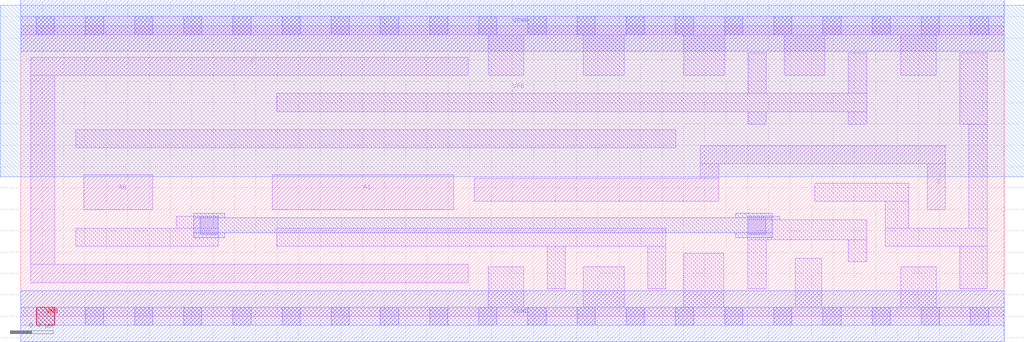
<source format=lef>
# Copyright 2020 The SkyWater PDK Authors
#
# Licensed under the Apache License, Version 2.0 (the "License");
# you may not use this file except in compliance with the License.
# You may obtain a copy of the License at
#
#     https://www.apache.org/licenses/LICENSE-2.0
#
# Unless required by applicable law or agreed to in writing, software
# distributed under the License is distributed on an "AS IS" BASIS,
# WITHOUT WARRANTIES OR CONDITIONS OF ANY KIND, either express or implied.
# See the License for the specific language governing permissions and
# limitations under the License.
#
# SPDX-License-Identifier: Apache-2.0

VERSION 5.7 ;
  NOWIREEXTENSIONATPIN ON ;
  DIVIDERCHAR "/" ;
  BUSBITCHARS "[]" ;
PROPERTYDEFINITIONS
  MACRO maskLayoutSubType STRING ;
  MACRO prCellType STRING ;
  MACRO originalViewName STRING ;
END PROPERTYDEFINITIONS
MACRO sky130_fd_sc_hdll__mux2i_4
  CLASS CORE ;
  FOREIGN sky130_fd_sc_hdll__mux2i_4 ;
  ORIGIN  0.000000  0.000000 ;
  SIZE  9.200000 BY  2.720000 ;
  SYMMETRY X Y R90 ;
  SITE unithd ;
  PIN A0
    ANTENNAGATEAREA  1.110000 ;
    DIRECTION INPUT ;
    USE SIGNAL ;
    PORT
      LAYER li1 ;
        RECT 0.590000 0.995000 1.235000 1.325000 ;
    END
  END A0
  PIN A1
    ANTENNAGATEAREA  1.110000 ;
    DIRECTION INPUT ;
    USE SIGNAL ;
    PORT
      LAYER li1 ;
        RECT 2.355000 0.995000 4.050000 1.325000 ;
    END
  END A1
  PIN S
    ANTENNAGATEAREA  1.387500 ;
    DIRECTION INPUT ;
    USE SIGNAL ;
    PORT
      LAYER li1 ;
        RECT 4.245000 1.075000 6.530000 1.290000 ;
        RECT 6.360000 1.290000 6.530000 1.425000 ;
        RECT 6.360000 1.425000 8.650000 1.595000 ;
        RECT 8.480000 0.995000 8.650000 1.425000 ;
    END
  END S
  PIN Y
    ANTENNADIFFAREA  2.339500 ;
    DIRECTION OUTPUT ;
    USE SIGNAL ;
    PORT
      LAYER li1 ;
        RECT 0.095000 0.315000 4.185000 0.485000 ;
        RECT 0.095000 0.485000 0.320000 2.255000 ;
        RECT 0.095000 2.255000 4.185000 2.425000 ;
    END
  END Y
  PIN VGND
    DIRECTION INOUT ;
    USE GROUND ;
    PORT
      LAYER met1 ;
        RECT 0.000000 -0.240000 9.200000 0.240000 ;
    END
  END VGND
  PIN VNB
    DIRECTION INOUT ;
    USE GROUND ;
    PORT
      LAYER pwell ;
        RECT 0.150000 -0.085000 0.320000 0.085000 ;
    END
  END VNB
  PIN VPB
    DIRECTION INOUT ;
    USE POWER ;
    PORT
      LAYER nwell ;
        RECT -0.190000 1.305000 9.390000 2.910000 ;
    END
  END VPB
  PIN VPWR
    DIRECTION INOUT ;
    USE POWER ;
    PORT
      LAYER met1 ;
        RECT 0.000000 2.480000 9.200000 2.960000 ;
    END
  END VPWR
  OBS
    LAYER li1 ;
      RECT 0.000000 -0.085000 9.200000 0.085000 ;
      RECT 0.000000  2.635000 9.200000 2.805000 ;
      RECT 0.515000  0.655000 1.850000 0.825000 ;
      RECT 0.515000  1.575000 6.130000 1.745000 ;
      RECT 1.455000  0.825000 1.850000 0.935000 ;
      RECT 2.395000  0.655000 6.035000 0.825000 ;
      RECT 2.395000  1.915000 7.915000 2.085000 ;
      RECT 4.375000  0.085000 4.705000 0.465000 ;
      RECT 4.375000  2.255000 4.705000 2.635000 ;
      RECT 4.925000  0.255000 5.095000 0.655000 ;
      RECT 5.265000  0.085000 5.645000 0.465000 ;
      RECT 5.265000  2.255000 5.645000 2.635000 ;
      RECT 5.865000  0.255000 6.035000 0.655000 ;
      RECT 6.205000  0.085000 6.580000 0.590000 ;
      RECT 6.205000  2.255000 6.585000 2.635000 ;
      RECT 6.800000  0.255000 6.975000 0.715000 ;
      RECT 6.800000  0.715000 7.915000 0.905000 ;
      RECT 6.800000  0.905000 7.100000 0.935000 ;
      RECT 6.805000  1.795000 6.975000 1.915000 ;
      RECT 6.805000  2.085000 6.975000 2.465000 ;
      RECT 7.145000  2.255000 7.525000 2.635000 ;
      RECT 7.245000  0.085000 7.495000 0.545000 ;
      RECT 7.430000  1.075000 8.310000 1.245000 ;
      RECT 7.745000  0.510000 7.915000 0.715000 ;
      RECT 7.745000  1.795000 7.915000 1.915000 ;
      RECT 7.745000  2.085000 7.915000 2.465000 ;
      RECT 8.090000  0.655000 9.045000 0.825000 ;
      RECT 8.090000  0.825000 8.310000 1.075000 ;
      RECT 8.235000  0.085000 8.565000 0.465000 ;
      RECT 8.235000  2.255000 8.565000 2.635000 ;
      RECT 8.785000  0.255000 9.045000 0.655000 ;
      RECT 8.785000  1.795000 9.045000 2.465000 ;
      RECT 8.870000  0.825000 9.045000 1.795000 ;
    LAYER mcon ;
      RECT 0.145000 -0.085000 0.315000 0.085000 ;
      RECT 0.145000  2.635000 0.315000 2.805000 ;
      RECT 0.605000 -0.085000 0.775000 0.085000 ;
      RECT 0.605000  2.635000 0.775000 2.805000 ;
      RECT 1.065000 -0.085000 1.235000 0.085000 ;
      RECT 1.065000  2.635000 1.235000 2.805000 ;
      RECT 1.525000 -0.085000 1.695000 0.085000 ;
      RECT 1.525000  2.635000 1.695000 2.805000 ;
      RECT 1.680000  0.765000 1.850000 0.935000 ;
      RECT 1.985000 -0.085000 2.155000 0.085000 ;
      RECT 1.985000  2.635000 2.155000 2.805000 ;
      RECT 2.445000 -0.085000 2.615000 0.085000 ;
      RECT 2.445000  2.635000 2.615000 2.805000 ;
      RECT 2.905000 -0.085000 3.075000 0.085000 ;
      RECT 2.905000  2.635000 3.075000 2.805000 ;
      RECT 3.365000 -0.085000 3.535000 0.085000 ;
      RECT 3.365000  2.635000 3.535000 2.805000 ;
      RECT 3.825000 -0.085000 3.995000 0.085000 ;
      RECT 3.825000  2.635000 3.995000 2.805000 ;
      RECT 4.285000 -0.085000 4.455000 0.085000 ;
      RECT 4.285000  2.635000 4.455000 2.805000 ;
      RECT 4.745000 -0.085000 4.915000 0.085000 ;
      RECT 4.745000  2.635000 4.915000 2.805000 ;
      RECT 5.205000 -0.085000 5.375000 0.085000 ;
      RECT 5.205000  2.635000 5.375000 2.805000 ;
      RECT 5.665000 -0.085000 5.835000 0.085000 ;
      RECT 5.665000  2.635000 5.835000 2.805000 ;
      RECT 6.125000 -0.085000 6.295000 0.085000 ;
      RECT 6.125000  2.635000 6.295000 2.805000 ;
      RECT 6.585000 -0.085000 6.755000 0.085000 ;
      RECT 6.585000  2.635000 6.755000 2.805000 ;
      RECT 6.800000  0.765000 6.970000 0.935000 ;
      RECT 7.045000 -0.085000 7.215000 0.085000 ;
      RECT 7.045000  2.635000 7.215000 2.805000 ;
      RECT 7.505000 -0.085000 7.675000 0.085000 ;
      RECT 7.505000  2.635000 7.675000 2.805000 ;
      RECT 7.965000 -0.085000 8.135000 0.085000 ;
      RECT 7.965000  2.635000 8.135000 2.805000 ;
      RECT 8.425000 -0.085000 8.595000 0.085000 ;
      RECT 8.425000  2.635000 8.595000 2.805000 ;
      RECT 8.885000 -0.085000 9.055000 0.085000 ;
      RECT 8.885000  2.635000 9.055000 2.805000 ;
    LAYER met1 ;
      RECT 1.620000 0.735000 1.910000 0.780000 ;
      RECT 1.620000 0.780000 7.030000 0.920000 ;
      RECT 1.620000 0.920000 1.910000 0.965000 ;
      RECT 6.690000 0.735000 7.030000 0.780000 ;
      RECT 6.690000 0.920000 7.030000 0.965000 ;
  END
  PROPERTY maskLayoutSubType "abstract" ;
  PROPERTY prCellType "standard" ;
  PROPERTY originalViewName "layout" ;
END sky130_fd_sc_hdll__mux2i_4
END LIBRARY

</source>
